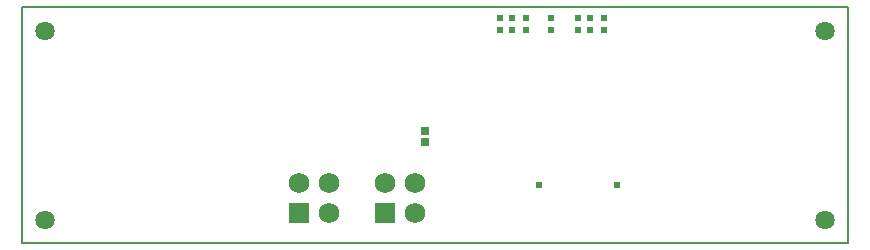
<source format=gbs>
G04*
G04 #@! TF.GenerationSoftware,Altium Limited,Altium Designer,20.0.1 (14)*
G04*
G04 Layer_Color=16711935*
%FSLAX24Y24*%
%MOIN*%
G70*
G01*
G75*
%ADD15C,0.0060*%
%ADD51R,0.0294X0.0306*%
%ADD63C,0.0680*%
%ADD64R,0.0680X0.0680*%
%ADD65C,0.0237*%
%ADD66C,0.0641*%
%ADD86R,0.0247X0.0237*%
D15*
X27559Y0D02*
Y7874D01*
X0Y0D02*
Y7874D01*
Y0D02*
X27559D01*
X0Y7874D02*
X27559D01*
D51*
X13450Y3377D02*
D03*
Y3723D02*
D03*
D63*
X10250Y2000D02*
D03*
Y1000D02*
D03*
X9250Y2000D02*
D03*
X13100D02*
D03*
Y1000D02*
D03*
X12100Y2000D02*
D03*
D64*
X9250Y1000D02*
D03*
X12100D02*
D03*
D65*
X19849Y1954D02*
D03*
X17251D02*
D03*
D66*
X26772Y787D02*
D03*
Y7087D02*
D03*
X787Y787D02*
D03*
Y7087D02*
D03*
D86*
X15950Y7502D02*
D03*
Y7098D02*
D03*
X16350D02*
D03*
Y7502D02*
D03*
X16800D02*
D03*
Y7098D02*
D03*
X17650Y7502D02*
D03*
Y7098D02*
D03*
X18550Y7502D02*
D03*
Y7098D02*
D03*
X18950Y7502D02*
D03*
Y7098D02*
D03*
X19400D02*
D03*
Y7502D02*
D03*
M02*

</source>
